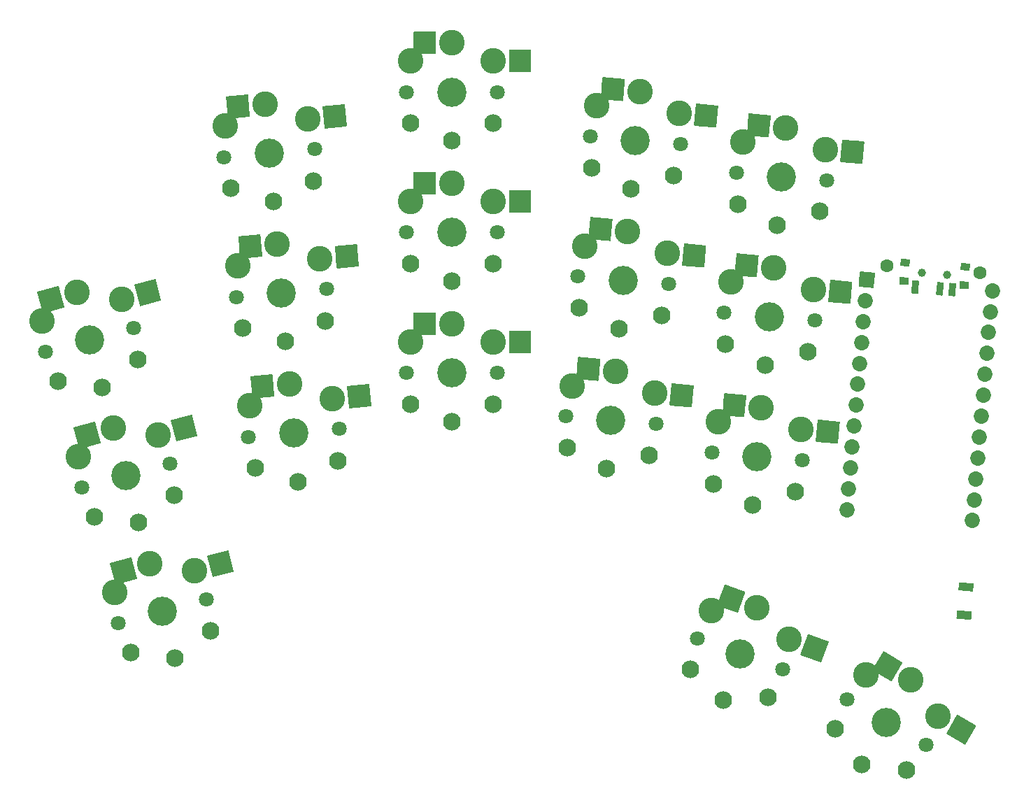
<source format=gbr>
%TF.GenerationSoftware,KiCad,Pcbnew,(5.1.10-1-10_14)*%
%TF.CreationDate,2021-10-09T22:38:14+01:00*%
%TF.ProjectId,architeuthis_dux,61726368-6974-4657-9574-6869735f6475,VERSION_HERE*%
%TF.SameCoordinates,Original*%
%TF.FileFunction,Soldermask,Bot*%
%TF.FilePolarity,Negative*%
%FSLAX46Y46*%
G04 Gerber Fmt 4.6, Leading zero omitted, Abs format (unit mm)*
G04 Created by KiCad (PCBNEW (5.1.10-1-10_14)) date 2021-10-09 22:38:14*
%MOMM*%
%LPD*%
G01*
G04 APERTURE LIST*
%ADD10C,1.600000*%
%ADD11C,1.000000*%
%ADD12C,3.529000*%
%ADD13C,1.801800*%
%ADD14C,3.100000*%
%ADD15C,2.132000*%
%ADD16C,1.852600*%
G04 APERTURE END LIST*
%TO.C, *%
G36*
G01*
X109686949Y2458075D02*
X111382808Y2339489D01*
G75*
G02*
X111429198Y2286123I-3488J-49878D01*
G01*
X111366417Y1388315D01*
G75*
G02*
X111313051Y1341925I-49878J3488D01*
G01*
X109617192Y1460511D01*
G75*
G02*
X109570802Y1513877I3488J49878D01*
G01*
X109633583Y2411685D01*
G75*
G02*
X109686949Y2458075I49878J-3488D01*
G01*
G37*
G36*
G01*
X109449777Y-933643D02*
X111145636Y-1052229D01*
G75*
G02*
X111192026Y-1105595I-3488J-49878D01*
G01*
X111129245Y-2003403D01*
G75*
G02*
X111075879Y-2049793I-49878J3488D01*
G01*
X109380020Y-1931207D01*
G75*
G02*
X109333630Y-1877841I3488J49878D01*
G01*
X109396411Y-980033D01*
G75*
G02*
X109449777Y-933643I49878J-3488D01*
G01*
G37*
%TD*%
%TO.C,REF\u002A\u002A*%
G36*
G01*
X103885020Y37485604D02*
X103989655Y38981950D01*
G75*
G02*
X104043021Y39028340I49878J-3488D01*
G01*
X104741316Y38979510D01*
G75*
G02*
X104787706Y38926144I-3488J-49878D01*
G01*
X104683071Y37429798D01*
G75*
G02*
X104629705Y37383408I-49878J3488D01*
G01*
X103931410Y37432238D01*
G75*
G02*
X103885020Y37485604I3488J49878D01*
G01*
G37*
G36*
G01*
X106877712Y37276335D02*
X106982347Y38772681D01*
G75*
G02*
X107035713Y38819071I49878J-3488D01*
G01*
X107734008Y38770241D01*
G75*
G02*
X107780398Y38716875I-3488J-49878D01*
G01*
X107675763Y37220529D01*
G75*
G02*
X107622397Y37174139I-49878J3488D01*
G01*
X106924102Y37222969D01*
G75*
G02*
X106877712Y37276335I3488J49878D01*
G01*
G37*
G36*
G01*
X108374058Y37171700D02*
X108478693Y38668046D01*
G75*
G02*
X108532059Y38714436I49878J-3488D01*
G01*
X109230354Y38665606D01*
G75*
G02*
X109276744Y38612240I-3488J-49878D01*
G01*
X109172109Y37115894D01*
G75*
G02*
X109118743Y37069504I-49878J3488D01*
G01*
X108420448Y37118334D01*
G75*
G02*
X108374058Y37171700I3488J49878D01*
G01*
G37*
G36*
G01*
X102562714Y40795908D02*
X102618520Y41593959D01*
G75*
G02*
X102671886Y41640349I49878J-3488D01*
G01*
X103669450Y41570592D01*
G75*
G02*
X103715840Y41517226I-3488J-49878D01*
G01*
X103660034Y40719175D01*
G75*
G02*
X103606668Y40672785I-49878J3488D01*
G01*
X102609104Y40742542D01*
G75*
G02*
X102562714Y40795908I3488J49878D01*
G01*
G37*
G36*
G01*
X109844932Y40286685D02*
X109900738Y41084736D01*
G75*
G02*
X109954104Y41131126I49878J-3488D01*
G01*
X110951668Y41061369D01*
G75*
G02*
X110998058Y41008003I-3488J-49878D01*
G01*
X110942252Y40209952D01*
G75*
G02*
X110888886Y40163562I-49878J3488D01*
G01*
X109891322Y40233319D01*
G75*
G02*
X109844932Y40286685I3488J49878D01*
G01*
G37*
G36*
G01*
X109690770Y38082069D02*
X109746576Y38880120D01*
G75*
G02*
X109799942Y38926510I49878J-3488D01*
G01*
X110797506Y38856753D01*
G75*
G02*
X110843896Y38803387I-3488J-49878D01*
G01*
X110788090Y38005336D01*
G75*
G02*
X110734724Y37958946I-49878J3488D01*
G01*
X109737160Y38028703D01*
G75*
G02*
X109690770Y38082069I3488J49878D01*
G01*
G37*
G36*
G01*
X102408552Y38591291D02*
X102464358Y39389342D01*
G75*
G02*
X102517724Y39435732I49878J-3488D01*
G01*
X103515288Y39365975D01*
G75*
G02*
X103561678Y39312609I-3488J-49878D01*
G01*
X103505872Y38514558D01*
G75*
G02*
X103452506Y38468168I-49878J3488D01*
G01*
X102454942Y38537925D01*
G75*
G02*
X102408552Y38591291I3488J49878D01*
G01*
G37*
%TD*%
D10*
%TO.C,-*%
X112200000Y39950000D03*
%TD*%
%TO.C,+*%
X100900000Y40750000D03*
%TD*%
D11*
%TO.C,REF\u002A\u002A*%
X105176674Y39933831D03*
X108169366Y39724561D03*
%TD*%
D12*
%TO.C,S1*%
X13202636Y-1053449D03*
D13*
X18515228Y370056D03*
X7890044Y-2476954D03*
D14*
X17061694Y3862868D03*
X11662663Y4693810D03*
G36*
G01*
X7531721Y2241068D02*
X6858792Y4752475D01*
G75*
G02*
X6894147Y4813712I48296J12941D01*
G01*
X9405554Y5486641D01*
G75*
G02*
X9466791Y5451286I12941J-48296D01*
G01*
X10139720Y2939879D01*
G75*
G02*
X10104365Y2878642I-48296J-12941D01*
G01*
X7592958Y2205713D01*
G75*
G02*
X7531721Y2241068I-12941J48296D01*
G01*
G37*
G36*
G01*
X19257566Y3105391D02*
X18584637Y5616798D01*
G75*
G02*
X18619992Y5678035I48296J12941D01*
G01*
X21131399Y6350964D01*
G75*
G02*
X21192636Y6315609I12941J-48296D01*
G01*
X21865565Y3804202D01*
G75*
G02*
X21830210Y3742965I-48296J-12941D01*
G01*
X19318803Y3070036D01*
G75*
G02*
X19257566Y3105391I-12941J48296D01*
G01*
G37*
X7402435Y1274678D03*
X11662663Y4693810D03*
%TD*%
D12*
%TO.C,S2*%
X13202636Y-1053449D03*
D13*
X7890044Y-2476954D03*
X18515228Y370056D03*
D15*
X9356519Y-6018062D03*
X14729668Y-6752411D03*
X19015778Y-3429872D03*
X14729668Y-6752411D03*
%TD*%
D12*
%TO.C,S3*%
X8802735Y15367351D03*
D13*
X14115327Y16790856D03*
X3490143Y13943846D03*
D14*
X12661793Y20283668D03*
X7262762Y21114610D03*
G36*
G01*
X3131820Y18661868D02*
X2458891Y21173275D01*
G75*
G02*
X2494246Y21234512I48296J12941D01*
G01*
X5005653Y21907441D01*
G75*
G02*
X5066890Y21872086I12941J-48296D01*
G01*
X5739819Y19360679D01*
G75*
G02*
X5704464Y19299442I-48296J-12941D01*
G01*
X3193057Y18626513D01*
G75*
G02*
X3131820Y18661868I-12941J48296D01*
G01*
G37*
G36*
G01*
X14857665Y19526191D02*
X14184736Y22037598D01*
G75*
G02*
X14220091Y22098835I48296J12941D01*
G01*
X16731498Y22771764D01*
G75*
G02*
X16792735Y22736409I12941J-48296D01*
G01*
X17465664Y20225002D01*
G75*
G02*
X17430309Y20163765I-48296J-12941D01*
G01*
X14918902Y19490836D01*
G75*
G02*
X14857665Y19526191I-12941J48296D01*
G01*
G37*
X3002534Y17695478D03*
X7262762Y21114610D03*
%TD*%
D12*
%TO.C,S4*%
X8802735Y15367351D03*
D13*
X3490143Y13943846D03*
X14115327Y16790856D03*
D15*
X4956618Y10402738D03*
X10329767Y9668389D03*
X14615877Y12990928D03*
X10329767Y9668389D03*
%TD*%
D12*
%TO.C,S5*%
X4402735Y31788051D03*
D13*
X9715327Y33211556D03*
X-909857Y30364546D03*
D14*
X8261793Y36704368D03*
X2862762Y37535310D03*
G36*
G01*
X-1268180Y35082568D02*
X-1941109Y37593975D01*
G75*
G02*
X-1905754Y37655212I48296J12941D01*
G01*
X605653Y38328141D01*
G75*
G02*
X666890Y38292786I12941J-48296D01*
G01*
X1339819Y35781379D01*
G75*
G02*
X1304464Y35720142I-48296J-12941D01*
G01*
X-1206943Y35047213D01*
G75*
G02*
X-1268180Y35082568I-12941J48296D01*
G01*
G37*
G36*
G01*
X10457665Y35946891D02*
X9784736Y38458298D01*
G75*
G02*
X9820091Y38519535I48296J12941D01*
G01*
X12331498Y39192464D01*
G75*
G02*
X12392735Y39157109I12941J-48296D01*
G01*
X13065664Y36645702D01*
G75*
G02*
X13030309Y36584465I-48296J-12941D01*
G01*
X10518902Y35911536D01*
G75*
G02*
X10457665Y35946891I-12941J48296D01*
G01*
G37*
X-1397466Y34116178D03*
X2862762Y37535310D03*
%TD*%
D12*
%TO.C,S6*%
X4402735Y31788051D03*
D13*
X-909857Y30364546D03*
X9715327Y33211556D03*
D15*
X556618Y26823438D03*
X5929767Y26089089D03*
X10215877Y29411628D03*
X5929767Y26089089D03*
%TD*%
D12*
%TO.C,S7*%
X29107636Y20540652D03*
D13*
X34586707Y21020009D03*
X23628565Y20061295D03*
D14*
X33761775Y24712161D03*
X28589059Y26468010D03*
G36*
G01*
X24094961Y24769861D02*
X23868356Y27359968D01*
G75*
G02*
X23913808Y27414136I49810J4358D01*
G01*
X26503915Y27640741D01*
G75*
G02*
X26558083Y27595289I4358J-49810D01*
G01*
X26784688Y25005182D01*
G75*
G02*
X26739236Y24951014I-49810J-4358D01*
G01*
X24149129Y24724409D01*
G75*
G02*
X24094961Y24769861I-4358J49810D01*
G01*
G37*
G36*
G01*
X35792752Y23584882D02*
X35566147Y26174989D01*
G75*
G02*
X35611599Y26229157I49810J4358D01*
G01*
X38201706Y26455762D01*
G75*
G02*
X38255874Y26410310I4358J-49810D01*
G01*
X38482479Y23820203D01*
G75*
G02*
X38437027Y23766035I-49810J-4358D01*
G01*
X35846920Y23539430D01*
G75*
G02*
X35792752Y23584882I-4358J49810D01*
G01*
G37*
X23799828Y23840603D03*
X28589059Y26468010D03*
%TD*%
D12*
%TO.C,S8*%
X29107636Y20540652D03*
D13*
X23628565Y20061295D03*
X34586707Y21020009D03*
D15*
X24457854Y16319333D03*
X29621855Y14663103D03*
X34419801Y17190891D03*
X29621855Y14663103D03*
%TD*%
D12*
%TO.C,S9*%
X27625935Y37475951D03*
D13*
X33105006Y37955308D03*
X22146864Y36996594D03*
D14*
X32280074Y41647460D03*
X27107358Y43403309D03*
G36*
G01*
X22613260Y41705160D02*
X22386655Y44295267D01*
G75*
G02*
X22432107Y44349435I49810J4358D01*
G01*
X25022214Y44576040D01*
G75*
G02*
X25076382Y44530588I4358J-49810D01*
G01*
X25302987Y41940481D01*
G75*
G02*
X25257535Y41886313I-49810J-4358D01*
G01*
X22667428Y41659708D01*
G75*
G02*
X22613260Y41705160I-4358J49810D01*
G01*
G37*
G36*
G01*
X34311051Y40520181D02*
X34084446Y43110288D01*
G75*
G02*
X34129898Y43164456I49810J4358D01*
G01*
X36720005Y43391061D01*
G75*
G02*
X36774173Y43345609I4358J-49810D01*
G01*
X37000778Y40755502D01*
G75*
G02*
X36955326Y40701334I-49810J-4358D01*
G01*
X34365219Y40474729D01*
G75*
G02*
X34311051Y40520181I-4358J49810D01*
G01*
G37*
X22318127Y40775902D03*
X27107358Y43403309D03*
%TD*%
D12*
%TO.C,S10*%
X27625935Y37475951D03*
D13*
X22146864Y36996594D03*
X33105006Y37955308D03*
D15*
X22976153Y33254632D03*
X28140154Y31598402D03*
X32938100Y34126190D03*
X28140154Y31598402D03*
%TD*%
D12*
%TO.C,S11*%
X26144335Y54411253D03*
D13*
X31623406Y54890610D03*
X20665264Y53931896D03*
D14*
X30798474Y58582762D03*
X25625758Y60338611D03*
G36*
G01*
X21131660Y58640462D02*
X20905055Y61230569D01*
G75*
G02*
X20950507Y61284737I49810J4358D01*
G01*
X23540614Y61511342D01*
G75*
G02*
X23594782Y61465890I4358J-49810D01*
G01*
X23821387Y58875783D01*
G75*
G02*
X23775935Y58821615I-49810J-4358D01*
G01*
X21185828Y58595010D01*
G75*
G02*
X21131660Y58640462I-4358J49810D01*
G01*
G37*
G36*
G01*
X32829451Y57455483D02*
X32602846Y60045590D01*
G75*
G02*
X32648298Y60099758I49810J4358D01*
G01*
X35238405Y60326363D01*
G75*
G02*
X35292573Y60280911I4358J-49810D01*
G01*
X35519178Y57690804D01*
G75*
G02*
X35473726Y57636636I-49810J-4358D01*
G01*
X32883619Y57410031D01*
G75*
G02*
X32829451Y57455483I-4358J49810D01*
G01*
G37*
X20836527Y57711204D03*
X25625758Y60338611D03*
%TD*%
D12*
%TO.C,S12*%
X26144335Y54411253D03*
D13*
X20665264Y53931896D03*
X31623406Y54890610D03*
D15*
X21494553Y50189934D03*
X26658554Y48533704D03*
X31456500Y51061492D03*
X26658554Y48533704D03*
%TD*%
D12*
%TO.C,S13*%
X48226936Y27819253D03*
D13*
X53726936Y27819253D03*
X42726936Y27819253D03*
D14*
X53226936Y31569253D03*
X48226936Y33769253D03*
G36*
G01*
X43601936Y32469253D02*
X43601936Y35069253D01*
G75*
G02*
X43651936Y35119253I50000J0D01*
G01*
X46251936Y35119253D01*
G75*
G02*
X46301936Y35069253I0J-50000D01*
G01*
X46301936Y32469253D01*
G75*
G02*
X46251936Y32419253I-50000J0D01*
G01*
X43651936Y32419253D01*
G75*
G02*
X43601936Y32469253I0J50000D01*
G01*
G37*
G36*
G01*
X55151936Y30269253D02*
X55151936Y32869253D01*
G75*
G02*
X55201936Y32919253I50000J0D01*
G01*
X57801936Y32919253D01*
G75*
G02*
X57851936Y32869253I0J-50000D01*
G01*
X57851936Y30269253D01*
G75*
G02*
X57801936Y30219253I-50000J0D01*
G01*
X55201936Y30219253D01*
G75*
G02*
X55151936Y30269253I0J50000D01*
G01*
G37*
X43226936Y31569253D03*
X48226936Y33769253D03*
%TD*%
D12*
%TO.C,S14*%
X48226936Y27819253D03*
D13*
X42726936Y27819253D03*
X53726936Y27819253D03*
D15*
X43226936Y24019253D03*
X48226936Y21919253D03*
X53226936Y24019253D03*
X48226936Y21919253D03*
%TD*%
D12*
%TO.C,S15*%
X48226935Y44819253D03*
D13*
X53726935Y44819253D03*
X42726935Y44819253D03*
D14*
X53226935Y48569253D03*
X48226935Y50769253D03*
G36*
G01*
X43601935Y49469253D02*
X43601935Y52069253D01*
G75*
G02*
X43651935Y52119253I50000J0D01*
G01*
X46251935Y52119253D01*
G75*
G02*
X46301935Y52069253I0J-50000D01*
G01*
X46301935Y49469253D01*
G75*
G02*
X46251935Y49419253I-50000J0D01*
G01*
X43651935Y49419253D01*
G75*
G02*
X43601935Y49469253I0J50000D01*
G01*
G37*
G36*
G01*
X55151935Y47269253D02*
X55151935Y49869253D01*
G75*
G02*
X55201935Y49919253I50000J0D01*
G01*
X57801935Y49919253D01*
G75*
G02*
X57851935Y49869253I0J-50000D01*
G01*
X57851935Y47269253D01*
G75*
G02*
X57801935Y47219253I-50000J0D01*
G01*
X55201935Y47219253D01*
G75*
G02*
X55151935Y47269253I0J50000D01*
G01*
G37*
X43226935Y48569253D03*
X48226935Y50769253D03*
%TD*%
D12*
%TO.C,S16*%
X48226935Y44819253D03*
D13*
X42726935Y44819253D03*
X53726935Y44819253D03*
D15*
X43226935Y41019253D03*
X48226935Y38919253D03*
X53226935Y41019253D03*
X48226935Y38919253D03*
%TD*%
D12*
%TO.C,S17*%
X48226936Y61819251D03*
D13*
X53726936Y61819251D03*
X42726936Y61819251D03*
D14*
X53226936Y65569251D03*
X48226936Y67769251D03*
G36*
G01*
X43601936Y66469251D02*
X43601936Y69069251D01*
G75*
G02*
X43651936Y69119251I50000J0D01*
G01*
X46251936Y69119251D01*
G75*
G02*
X46301936Y69069251I0J-50000D01*
G01*
X46301936Y66469251D01*
G75*
G02*
X46251936Y66419251I-50000J0D01*
G01*
X43651936Y66419251D01*
G75*
G02*
X43601936Y66469251I0J50000D01*
G01*
G37*
G36*
G01*
X55151936Y64269251D02*
X55151936Y66869251D01*
G75*
G02*
X55201936Y66919251I50000J0D01*
G01*
X57801936Y66919251D01*
G75*
G02*
X57851936Y66869251I0J-50000D01*
G01*
X57851936Y64269251D01*
G75*
G02*
X57801936Y64219251I-50000J0D01*
G01*
X55201936Y64219251D01*
G75*
G02*
X55151936Y64269251I0J50000D01*
G01*
G37*
X43226936Y65569251D03*
X48226936Y67769251D03*
%TD*%
D12*
%TO.C,S18*%
X48226936Y61819251D03*
D13*
X42726936Y61819251D03*
X53726936Y61819251D03*
D15*
X43226936Y58019251D03*
X48226936Y55919251D03*
X53226936Y58019251D03*
X48226936Y55919251D03*
%TD*%
D12*
%TO.C,S19*%
X67508534Y22087852D03*
D13*
X72987605Y21608495D03*
X62029463Y22567209D03*
D14*
X72816342Y25387803D03*
X68027111Y28015210D03*
G36*
G01*
X63306407Y27123253D02*
X63533012Y29713360D01*
G75*
G02*
X63587180Y29758812I49810J-4358D01*
G01*
X66177287Y29532207D01*
G75*
G02*
X66222739Y29478039I-4358J-49810D01*
G01*
X65996134Y26887932D01*
G75*
G02*
X65941966Y26842480I-49810J4358D01*
G01*
X63351859Y27069085D01*
G75*
G02*
X63306407Y27123253I4358J49810D01*
G01*
G37*
G36*
G01*
X74620713Y23924975D02*
X74847318Y26515082D01*
G75*
G02*
X74901486Y26560534I49810J-4358D01*
G01*
X77491593Y26333929D01*
G75*
G02*
X77537045Y26279761I-4358J-49810D01*
G01*
X77310440Y23689654D01*
G75*
G02*
X77256272Y23644202I-49810J4358D01*
G01*
X74666165Y23870807D01*
G75*
G02*
X74620713Y23924975I4358J49810D01*
G01*
G37*
X62854395Y26259361D03*
X68027111Y28015210D03*
%TD*%
D12*
%TO.C,S20*%
X67508534Y22087852D03*
D13*
X62029463Y22567209D03*
X72987605Y21608495D03*
D15*
X62196369Y18738091D03*
X66994315Y16210303D03*
X72158316Y17866533D03*
X66994315Y16210303D03*
%TD*%
D12*
%TO.C,S21*%
X68990235Y39023152D03*
D13*
X74469306Y38543795D03*
X63511164Y39502509D03*
D14*
X74298043Y42323103D03*
X69508812Y44950510D03*
G36*
G01*
X64788108Y44058553D02*
X65014713Y46648660D01*
G75*
G02*
X65068881Y46694112I49810J-4358D01*
G01*
X67658988Y46467507D01*
G75*
G02*
X67704440Y46413339I-4358J-49810D01*
G01*
X67477835Y43823232D01*
G75*
G02*
X67423667Y43777780I-49810J4358D01*
G01*
X64833560Y44004385D01*
G75*
G02*
X64788108Y44058553I4358J49810D01*
G01*
G37*
G36*
G01*
X76102414Y40860275D02*
X76329019Y43450382D01*
G75*
G02*
X76383187Y43495834I49810J-4358D01*
G01*
X78973294Y43269229D01*
G75*
G02*
X79018746Y43215061I-4358J-49810D01*
G01*
X78792141Y40624954D01*
G75*
G02*
X78737973Y40579502I-49810J4358D01*
G01*
X76147866Y40806107D01*
G75*
G02*
X76102414Y40860275I4358J49810D01*
G01*
G37*
X64336096Y43194661D03*
X69508812Y44950510D03*
%TD*%
D12*
%TO.C,S22*%
X68990235Y39023152D03*
D13*
X63511164Y39502509D03*
X74469306Y38543795D03*
D15*
X63678070Y35673391D03*
X68476016Y33145603D03*
X73640017Y34801833D03*
X68476016Y33145603D03*
%TD*%
D12*
%TO.C,S23*%
X70471836Y55958552D03*
D13*
X75950907Y55479195D03*
X64992765Y56437909D03*
D14*
X75779644Y59258503D03*
X70990413Y61885910D03*
G36*
G01*
X66269709Y60993953D02*
X66496314Y63584060D01*
G75*
G02*
X66550482Y63629512I49810J-4358D01*
G01*
X69140589Y63402907D01*
G75*
G02*
X69186041Y63348739I-4358J-49810D01*
G01*
X68959436Y60758632D01*
G75*
G02*
X68905268Y60713180I-49810J4358D01*
G01*
X66315161Y60939785D01*
G75*
G02*
X66269709Y60993953I4358J49810D01*
G01*
G37*
G36*
G01*
X77584015Y57795675D02*
X77810620Y60385782D01*
G75*
G02*
X77864788Y60431234I49810J-4358D01*
G01*
X80454895Y60204629D01*
G75*
G02*
X80500347Y60150461I-4358J-49810D01*
G01*
X80273742Y57560354D01*
G75*
G02*
X80219574Y57514902I-49810J4358D01*
G01*
X77629467Y57741507D01*
G75*
G02*
X77584015Y57795675I4358J49810D01*
G01*
G37*
X65817697Y60130061D03*
X70990413Y61885910D03*
%TD*%
D12*
%TO.C,S24*%
X70471836Y55958552D03*
D13*
X64992765Y56437909D03*
X75950907Y55479195D03*
D15*
X65159671Y52608791D03*
X69957617Y50081003D03*
X75121618Y51737233D03*
X69957617Y50081003D03*
%TD*%
D12*
%TO.C,S25*%
X85193135Y17696552D03*
D13*
X90672206Y17217195D03*
X79714064Y18175909D03*
D14*
X90500943Y20996503D03*
X85711712Y23623910D03*
G36*
G01*
X80991008Y22731953D02*
X81217613Y25322060D01*
G75*
G02*
X81271781Y25367512I49810J-4358D01*
G01*
X83861888Y25140907D01*
G75*
G02*
X83907340Y25086739I-4358J-49810D01*
G01*
X83680735Y22496632D01*
G75*
G02*
X83626567Y22451180I-49810J4358D01*
G01*
X81036460Y22677785D01*
G75*
G02*
X80991008Y22731953I4358J49810D01*
G01*
G37*
G36*
G01*
X92305314Y19533675D02*
X92531919Y22123782D01*
G75*
G02*
X92586087Y22169234I49810J-4358D01*
G01*
X95176194Y21942629D01*
G75*
G02*
X95221646Y21888461I-4358J-49810D01*
G01*
X94995041Y19298354D01*
G75*
G02*
X94940873Y19252902I-49810J4358D01*
G01*
X92350766Y19479507D01*
G75*
G02*
X92305314Y19533675I4358J49810D01*
G01*
G37*
X80538996Y21868061D03*
X85711712Y23623910D03*
%TD*%
D12*
%TO.C,S26*%
X85193135Y17696552D03*
D13*
X79714064Y18175909D03*
X90672206Y17217195D03*
D15*
X79880970Y14346791D03*
X84678916Y11819003D03*
X89842917Y13475233D03*
X84678916Y11819003D03*
%TD*%
D12*
%TO.C,S27*%
X86674735Y34631852D03*
D13*
X92153806Y34152495D03*
X81195664Y35111209D03*
D14*
X91982543Y37931803D03*
X87193312Y40559210D03*
G36*
G01*
X82472608Y39667253D02*
X82699213Y42257360D01*
G75*
G02*
X82753381Y42302812I49810J-4358D01*
G01*
X85343488Y42076207D01*
G75*
G02*
X85388940Y42022039I-4358J-49810D01*
G01*
X85162335Y39431932D01*
G75*
G02*
X85108167Y39386480I-49810J4358D01*
G01*
X82518060Y39613085D01*
G75*
G02*
X82472608Y39667253I4358J49810D01*
G01*
G37*
G36*
G01*
X93786914Y36468975D02*
X94013519Y39059082D01*
G75*
G02*
X94067687Y39104534I49810J-4358D01*
G01*
X96657794Y38877929D01*
G75*
G02*
X96703246Y38823761I-4358J-49810D01*
G01*
X96476641Y36233654D01*
G75*
G02*
X96422473Y36188202I-49810J4358D01*
G01*
X93832366Y36414807D01*
G75*
G02*
X93786914Y36468975I4358J49810D01*
G01*
G37*
X82020596Y38803361D03*
X87193312Y40559210D03*
%TD*%
D12*
%TO.C,S28*%
X86674735Y34631852D03*
D13*
X81195664Y35111209D03*
X92153806Y34152495D03*
D15*
X81362570Y31282091D03*
X86160516Y28754303D03*
X91324517Y30410533D03*
X86160516Y28754303D03*
%TD*%
D12*
%TO.C,S29*%
X88156436Y51567152D03*
D13*
X93635507Y51087795D03*
X82677365Y52046509D03*
D14*
X93464244Y54867103D03*
X88675013Y57494510D03*
G36*
G01*
X83954309Y56602553D02*
X84180914Y59192660D01*
G75*
G02*
X84235082Y59238112I49810J-4358D01*
G01*
X86825189Y59011507D01*
G75*
G02*
X86870641Y58957339I-4358J-49810D01*
G01*
X86644036Y56367232D01*
G75*
G02*
X86589868Y56321780I-49810J4358D01*
G01*
X83999761Y56548385D01*
G75*
G02*
X83954309Y56602553I4358J49810D01*
G01*
G37*
G36*
G01*
X95268615Y53404275D02*
X95495220Y55994382D01*
G75*
G02*
X95549388Y56039834I49810J-4358D01*
G01*
X98139495Y55813229D01*
G75*
G02*
X98184947Y55759061I-4358J-49810D01*
G01*
X97958342Y53168954D01*
G75*
G02*
X97904174Y53123502I-49810J4358D01*
G01*
X95314067Y53350107D01*
G75*
G02*
X95268615Y53404275I4358J49810D01*
G01*
G37*
X83502297Y55738661D03*
X88675013Y57494510D03*
%TD*%
D12*
%TO.C,S30*%
X88156436Y51567152D03*
D13*
X82677365Y52046509D03*
X93635507Y51087795D03*
D15*
X82844271Y48217391D03*
X87642217Y45689603D03*
X92806218Y47345833D03*
X87642217Y45689603D03*
%TD*%
D12*
%TO.C,S31*%
X83101335Y-6212149D03*
D13*
X88269644Y-8093260D03*
X77933026Y-4331038D03*
D14*
X89082374Y-4398402D03*
X85136355Y-620978D03*
G36*
G01*
X80345650Y-260735D02*
X81234903Y2182466D01*
G75*
G02*
X81298989Y2212350I46985J-17101D01*
G01*
X83742190Y1323097D01*
G75*
G02*
X83772074Y1259011I-17101J-46985D01*
G01*
X82882821Y-1184190D01*
G75*
G02*
X82818735Y-1214074I-46985J17101D01*
G01*
X80375534Y-324821D01*
G75*
G02*
X80345650Y-260735I17101J46985D01*
G01*
G37*
G36*
G01*
X90446655Y-6278391D02*
X91335908Y-3835190D01*
G75*
G02*
X91399994Y-3805306I46985J-17101D01*
G01*
X93843195Y-4694559D01*
G75*
G02*
X93873079Y-4758645I-17101J-46985D01*
G01*
X92983826Y-7201846D01*
G75*
G02*
X92919740Y-7231730I-46985J17101D01*
G01*
X90476539Y-6342477D01*
G75*
G02*
X90446655Y-6278391I17101J46985D01*
G01*
G37*
X79685447Y-978201D03*
X85136355Y-620978D03*
%TD*%
D12*
%TO.C,S32*%
X83101335Y-6212149D03*
D13*
X77933026Y-4331038D03*
X88269644Y-8093260D03*
D15*
X77103195Y-8072880D03*
X81083416Y-11756335D03*
X86500122Y-11493082D03*
X81083416Y-11756335D03*
%TD*%
D12*
%TO.C,S33*%
X100853535Y-14490147D03*
D13*
X105616675Y-17240147D03*
X96090395Y-11740147D03*
D14*
X107058662Y-13742552D03*
X103828535Y-9337296D03*
G36*
G01*
X99173168Y-8150629D02*
X100473168Y-5898963D01*
G75*
G02*
X100541469Y-5880662I43301J-25000D01*
G01*
X102793135Y-7180662D01*
G75*
G02*
X102811436Y-7248963I-25000J-43301D01*
G01*
X101511436Y-9500629D01*
G75*
G02*
X101443135Y-9518930I-43301J25000D01*
G01*
X99191469Y-8218930D01*
G75*
G02*
X99173168Y-8150629I25000J43301D01*
G01*
G37*
G36*
G01*
X108075761Y-15830885D02*
X109375761Y-13579219D01*
G75*
G02*
X109444062Y-13560918I43301J-25000D01*
G01*
X111695728Y-14860918D01*
G75*
G02*
X111714029Y-14929219I-25000J-43301D01*
G01*
X110414029Y-17180885D01*
G75*
G02*
X110345728Y-17199186I-43301J25000D01*
G01*
X108094062Y-15899186D01*
G75*
G02*
X108075761Y-15830885I25000J43301D01*
G01*
G37*
X98398408Y-8742552D03*
X103828535Y-9337296D03*
%TD*%
D12*
%TO.C,S34*%
X100853535Y-14490147D03*
D13*
X96090395Y-11740147D03*
X105616675Y-17240147D03*
D15*
X94623408Y-15281044D03*
X97903535Y-19599697D03*
X103283662Y-20281044D03*
X97903535Y-19599697D03*
%TD*%
%TO.C,C1*%
G36*
G01*
X97695864Y40088369D02*
X99441795Y39935620D01*
G75*
G02*
X99487247Y39881452I-4358J-49810D01*
G01*
X99334498Y38135521D01*
G75*
G02*
X99280330Y38090069I-49810J4358D01*
G01*
X97534399Y38242818D01*
G75*
G02*
X97488947Y38296986I4358J49810D01*
G01*
X97641696Y40042917D01*
G75*
G02*
X97695864Y40088369I49810J-4358D01*
G01*
G37*
D16*
X98266722Y36558884D03*
X98045346Y34028550D03*
X97823970Y31498215D03*
X97602595Y28967881D03*
X97381219Y26437546D03*
X97159844Y23907211D03*
X96938468Y21376877D03*
X96717092Y18846542D03*
X96495717Y16316208D03*
X96274341Y13785873D03*
X96052966Y11255539D03*
X113670104Y37760965D03*
X113448729Y35230631D03*
X113227353Y32700296D03*
X113005978Y30169962D03*
X112784602Y27639627D03*
X112563226Y25109293D03*
X112341851Y22578958D03*
X112120475Y20048623D03*
X111899100Y17518289D03*
X111677724Y14987954D03*
X111456348Y12457620D03*
X111234973Y9927285D03*
%TD*%
M02*

</source>
